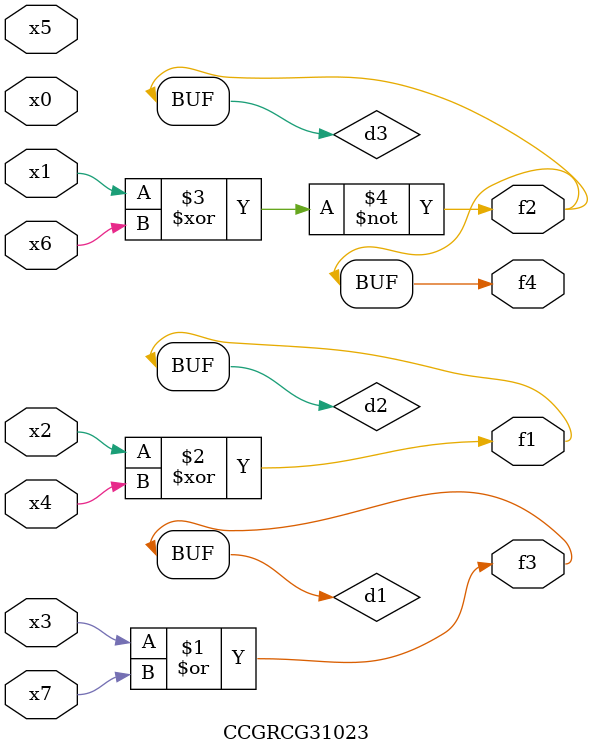
<source format=v>
module CCGRCG31023(
	input x0, x1, x2, x3, x4, x5, x6, x7,
	output f1, f2, f3, f4
);

	wire d1, d2, d3;

	or (d1, x3, x7);
	xor (d2, x2, x4);
	xnor (d3, x1, x6);
	assign f1 = d2;
	assign f2 = d3;
	assign f3 = d1;
	assign f4 = d3;
endmodule

</source>
